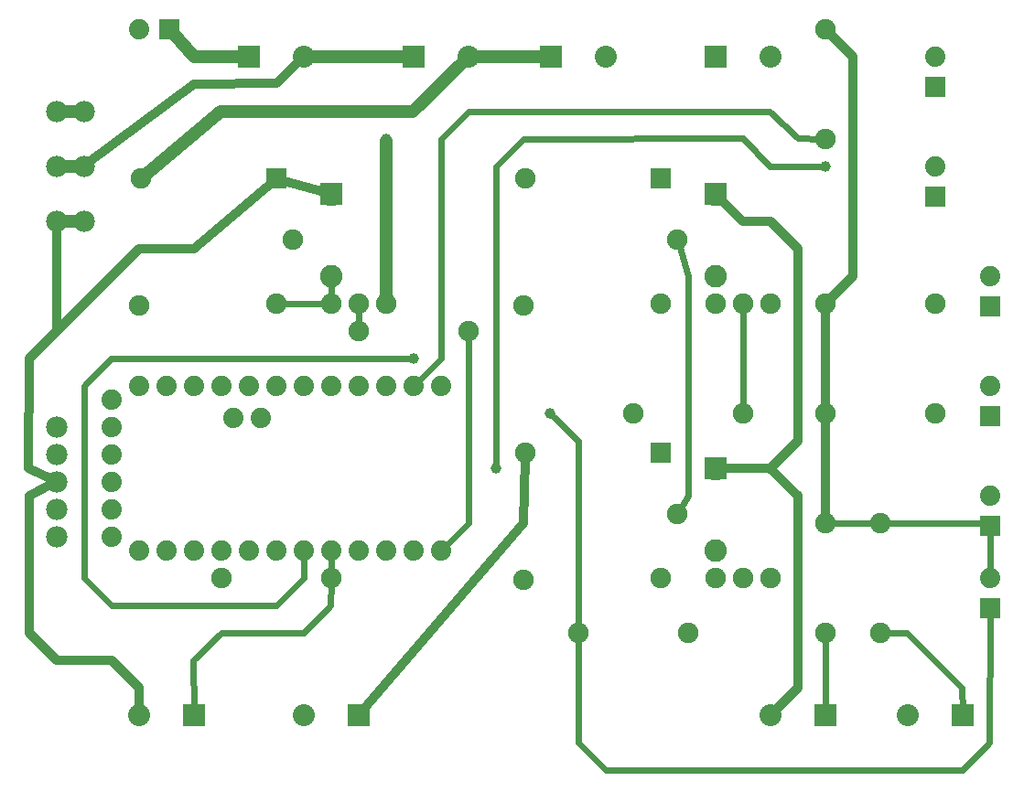
<source format=gbl>
G04 MADE WITH FRITZING*
G04 WWW.FRITZING.ORG*
G04 DOUBLE SIDED*
G04 HOLES PLATED*
G04 CONTOUR ON CENTER OF CONTOUR VECTOR*
%ASAXBY*%
%FSLAX23Y23*%
%MOIN*%
%OFA0B0*%
%SFA1.0B1.0*%
%ADD10C,0.075000*%
%ADD11C,0.082000*%
%ADD12C,0.039370*%
%ADD13C,0.074000*%
%ADD14C,0.078000*%
%ADD15C,0.080000*%
%ADD16R,0.082000X0.082000*%
%ADD17R,0.075000X0.075000*%
%ADD18R,0.080000X0.080000*%
%ADD19C,0.024000*%
%ADD20C,0.032000*%
%ADD21C,0.048000*%
%ADD22R,0.001000X0.001000*%
%LNCOPPER0*%
G90*
G70*
G54D10*
X772Y807D03*
X1172Y807D03*
X2972Y2807D03*
X2972Y2407D03*
X2672Y1407D03*
X2272Y1407D03*
X2472Y607D03*
X2072Y607D03*
X1272Y1707D03*
X1672Y1707D03*
X2972Y1007D03*
X2972Y607D03*
X3372Y1807D03*
X2972Y1807D03*
X3372Y1407D03*
X2972Y1407D03*
X3172Y607D03*
X3172Y1007D03*
G54D11*
X2572Y1205D03*
X2572Y907D03*
X1172Y2205D03*
X1172Y1907D03*
X2572Y2205D03*
X2572Y1907D03*
G54D12*
X1472Y1607D03*
X2972Y2307D03*
X1372Y2407D03*
G54D13*
X582Y2807D03*
X472Y2807D03*
X3372Y2597D03*
X3372Y2707D03*
X3372Y2197D03*
X3372Y2307D03*
X3572Y1797D03*
X3572Y1907D03*
X3572Y697D03*
X3572Y807D03*
X3572Y997D03*
X3572Y1107D03*
X3572Y1397D03*
X3572Y1507D03*
G54D12*
X1772Y1207D03*
G54D14*
X272Y2107D03*
X172Y2107D03*
X272Y2307D03*
X172Y2307D03*
X272Y2507D03*
X172Y2507D03*
X172Y1358D03*
X172Y1258D03*
X172Y1158D03*
X172Y1058D03*
X172Y958D03*
G54D12*
X1971Y1407D03*
G54D13*
X372Y1457D03*
X372Y1357D03*
X372Y1257D03*
X372Y1157D03*
X372Y1057D03*
X372Y957D03*
X472Y1507D03*
X572Y1507D03*
X672Y1507D03*
X772Y1507D03*
X872Y1507D03*
X817Y1392D03*
X917Y1392D03*
X972Y1507D03*
X1072Y1507D03*
X1172Y1507D03*
X1272Y1507D03*
X1372Y1507D03*
X1472Y1507D03*
X1572Y1507D03*
X1572Y907D03*
X1472Y907D03*
X1372Y907D03*
X1272Y907D03*
X1172Y907D03*
X1072Y907D03*
X972Y907D03*
X872Y907D03*
X772Y907D03*
X672Y907D03*
X572Y907D03*
X472Y907D03*
G54D10*
X2372Y2263D03*
X1878Y2263D03*
X1873Y1802D03*
X2434Y2041D03*
X2372Y1807D03*
X2372Y1263D03*
X1878Y1263D03*
X1873Y802D03*
X2434Y1041D03*
X2372Y807D03*
X972Y2263D03*
X478Y2263D03*
X473Y1802D03*
X1034Y2041D03*
X972Y1807D03*
X2572Y1807D03*
X2672Y1807D03*
X2772Y1807D03*
X2572Y807D03*
X2672Y807D03*
X2772Y807D03*
X1172Y1807D03*
X1272Y1807D03*
X1372Y1807D03*
G54D15*
X1272Y307D03*
X1072Y307D03*
X1472Y2707D03*
X1672Y2707D03*
X1972Y2707D03*
X2172Y2707D03*
X872Y2707D03*
X1072Y2707D03*
X2572Y2707D03*
X2772Y2707D03*
X672Y307D03*
X472Y307D03*
X3472Y307D03*
X3272Y307D03*
X2972Y307D03*
X2772Y307D03*
G54D16*
X2572Y1206D03*
X1172Y2206D03*
X2572Y2206D03*
G54D17*
X2372Y2263D03*
X2372Y1263D03*
X972Y2263D03*
G54D18*
X1272Y307D03*
X1472Y2707D03*
X1972Y2707D03*
X872Y2707D03*
X2572Y2707D03*
X672Y307D03*
X3472Y307D03*
X2972Y307D03*
G54D19*
X3471Y407D02*
X3472Y327D01*
D02*
X3271Y607D02*
X3471Y407D01*
D02*
X3190Y607D02*
X3271Y607D01*
D02*
X2672Y1790D02*
X2672Y1425D01*
D02*
X1272Y1790D02*
X1272Y1725D01*
D02*
X1172Y1886D02*
X1172Y1825D01*
D02*
X1672Y1007D02*
X1586Y922D01*
D02*
X1672Y1690D02*
X1672Y1007D01*
G54D20*
D02*
X1878Y1245D02*
X1873Y1007D01*
D02*
X1873Y1007D02*
X1285Y323D01*
G54D21*
D02*
X771Y2507D02*
X1471Y2507D01*
D02*
X1471Y2507D02*
X1658Y2693D01*
D02*
X492Y2274D02*
X771Y2507D01*
G54D19*
D02*
X1572Y2408D02*
X1672Y2507D01*
D02*
X1572Y1608D02*
X1572Y2408D01*
D02*
X1486Y1522D02*
X1572Y1608D01*
D02*
X2771Y2507D02*
X2872Y2409D01*
D02*
X2872Y2409D02*
X2955Y2408D01*
D02*
X1672Y2507D02*
X2771Y2507D01*
D02*
X2972Y590D02*
X2972Y327D01*
D02*
X2472Y1106D02*
X2472Y1906D01*
D02*
X2472Y1906D02*
X2439Y2024D01*
D02*
X2443Y1056D02*
X2472Y1106D01*
D02*
X1464Y1607D02*
X1173Y1607D01*
D02*
X371Y1606D02*
X274Y1508D01*
D02*
X1173Y1607D02*
X371Y1606D01*
D02*
X274Y1508D02*
X272Y807D01*
D02*
X272Y807D02*
X372Y707D01*
D02*
X1073Y807D02*
X1072Y887D01*
D02*
X972Y708D02*
X1073Y807D01*
D02*
X372Y707D02*
X972Y708D01*
G54D20*
D02*
X2972Y1707D02*
X2972Y1425D01*
D02*
X2972Y1790D02*
X2972Y1707D01*
G54D21*
D02*
X1092Y2707D02*
X1452Y2707D01*
D02*
X1372Y1825D02*
X1372Y2400D01*
G54D20*
D02*
X1173Y2207D02*
X1179Y2225D01*
D02*
X989Y2258D02*
X1173Y2207D01*
G54D21*
D02*
X1973Y2708D02*
X1692Y2707D01*
D02*
X1991Y2714D02*
X1973Y2708D01*
G54D19*
D02*
X1773Y2308D02*
X1772Y1215D01*
D02*
X1874Y2406D02*
X1773Y2308D01*
D02*
X2771Y2308D02*
X2674Y2409D01*
D02*
X2674Y2409D02*
X1874Y2406D01*
D02*
X2964Y2307D02*
X2771Y2308D01*
G54D20*
D02*
X2872Y1107D02*
X2771Y1208D01*
D02*
X2872Y408D02*
X2872Y1107D01*
D02*
X2786Y322D02*
X2872Y408D01*
D02*
X2771Y1208D02*
X2593Y1206D01*
G54D19*
D02*
X1171Y706D02*
X1072Y607D01*
D02*
X1172Y790D02*
X1171Y706D01*
D02*
X1072Y607D02*
X773Y607D01*
D02*
X773Y607D02*
X671Y506D01*
D02*
X671Y506D02*
X672Y327D01*
D02*
X1172Y825D02*
X1172Y887D01*
D02*
X990Y1807D02*
X1155Y1807D01*
G54D20*
D02*
X174Y508D02*
X74Y607D01*
D02*
X74Y607D02*
X72Y1107D01*
D02*
X373Y508D02*
X174Y508D01*
D02*
X72Y1107D02*
X155Y1149D01*
D02*
X472Y408D02*
X373Y508D01*
D02*
X472Y327D02*
X472Y408D01*
D02*
X3072Y1907D02*
X3072Y2706D01*
D02*
X2985Y1820D02*
X3072Y1907D01*
D02*
X3072Y2706D02*
X2985Y2795D01*
D02*
X2773Y2106D02*
X2672Y2106D01*
D02*
X2672Y2106D02*
X2587Y2191D01*
D02*
X2872Y2007D02*
X2773Y2106D01*
D02*
X2872Y1306D02*
X2872Y2007D01*
D02*
X2773Y1207D02*
X2872Y1306D01*
D02*
X2593Y1206D02*
X2773Y1207D01*
G54D19*
D02*
X3155Y1007D02*
X2990Y1007D01*
G54D20*
D02*
X2972Y1390D02*
X2972Y1025D01*
G54D19*
D02*
X3574Y1007D02*
X3190Y1007D01*
D02*
X3575Y1017D02*
X3574Y1007D01*
D02*
X3572Y827D02*
X3572Y977D01*
D02*
X2072Y1208D02*
X2072Y1306D01*
D02*
X2072Y1306D02*
X1977Y1402D01*
D02*
X2072Y206D02*
X2072Y1208D01*
D02*
X2173Y108D02*
X2072Y206D01*
D02*
X3473Y108D02*
X2173Y108D01*
D02*
X3571Y206D02*
X3473Y108D01*
D02*
X3572Y677D02*
X3571Y206D01*
G54D21*
D02*
X191Y2307D02*
X253Y2307D01*
D02*
X191Y2507D02*
X253Y2507D01*
D02*
X852Y2707D02*
X673Y2708D01*
D02*
X673Y2708D02*
X596Y2793D01*
G54D20*
D02*
X673Y2606D02*
X287Y2319D01*
D02*
X973Y2609D02*
X673Y2606D01*
D02*
X1058Y2693D02*
X973Y2609D01*
D02*
X472Y2006D02*
X173Y1707D01*
D02*
X673Y2006D02*
X472Y2006D01*
D02*
X173Y1707D02*
X72Y1607D01*
D02*
X72Y1607D02*
X71Y1208D01*
D02*
X173Y1707D02*
X172Y2088D01*
D02*
X71Y1208D02*
X155Y1166D01*
D02*
X959Y2252D02*
X673Y2006D01*
G54D21*
D02*
X253Y2107D02*
X191Y2107D01*
G54D22*
X546Y2844D02*
X619Y2844D01*
X546Y2843D02*
X619Y2843D01*
X546Y2842D02*
X619Y2842D01*
X546Y2841D02*
X619Y2841D01*
X546Y2840D02*
X619Y2840D01*
X546Y2839D02*
X619Y2839D01*
X546Y2838D02*
X619Y2838D01*
X546Y2837D02*
X619Y2837D01*
X546Y2836D02*
X619Y2836D01*
X546Y2835D02*
X619Y2835D01*
X546Y2834D02*
X619Y2834D01*
X546Y2833D02*
X619Y2833D01*
X546Y2832D02*
X619Y2832D01*
X546Y2831D02*
X619Y2831D01*
X546Y2830D02*
X619Y2830D01*
X546Y2829D02*
X619Y2829D01*
X546Y2828D02*
X619Y2828D01*
X546Y2827D02*
X577Y2827D01*
X589Y2827D02*
X619Y2827D01*
X546Y2826D02*
X574Y2826D01*
X592Y2826D02*
X619Y2826D01*
X546Y2825D02*
X572Y2825D01*
X593Y2825D02*
X619Y2825D01*
X546Y2824D02*
X570Y2824D01*
X595Y2824D02*
X619Y2824D01*
X546Y2823D02*
X569Y2823D01*
X596Y2823D02*
X619Y2823D01*
X546Y2822D02*
X568Y2822D01*
X597Y2822D02*
X619Y2822D01*
X546Y2821D02*
X567Y2821D01*
X598Y2821D02*
X619Y2821D01*
X546Y2820D02*
X566Y2820D01*
X599Y2820D02*
X619Y2820D01*
X546Y2819D02*
X566Y2819D01*
X600Y2819D02*
X619Y2819D01*
X546Y2818D02*
X565Y2818D01*
X600Y2818D02*
X619Y2818D01*
X546Y2817D02*
X565Y2817D01*
X601Y2817D02*
X619Y2817D01*
X546Y2816D02*
X564Y2816D01*
X601Y2816D02*
X619Y2816D01*
X546Y2815D02*
X564Y2815D01*
X602Y2815D02*
X619Y2815D01*
X546Y2814D02*
X563Y2814D01*
X602Y2814D02*
X619Y2814D01*
X546Y2813D02*
X563Y2813D01*
X602Y2813D02*
X619Y2813D01*
X546Y2812D02*
X563Y2812D01*
X603Y2812D02*
X619Y2812D01*
X546Y2811D02*
X563Y2811D01*
X603Y2811D02*
X619Y2811D01*
X546Y2810D02*
X562Y2810D01*
X603Y2810D02*
X619Y2810D01*
X546Y2809D02*
X562Y2809D01*
X603Y2809D02*
X619Y2809D01*
X546Y2808D02*
X562Y2808D01*
X603Y2808D02*
X619Y2808D01*
X546Y2807D02*
X562Y2807D01*
X603Y2807D02*
X619Y2807D01*
X546Y2806D02*
X562Y2806D01*
X603Y2806D02*
X619Y2806D01*
X546Y2805D02*
X562Y2805D01*
X603Y2805D02*
X619Y2805D01*
X546Y2804D02*
X563Y2804D01*
X603Y2804D02*
X619Y2804D01*
X546Y2803D02*
X563Y2803D01*
X603Y2803D02*
X619Y2803D01*
X546Y2802D02*
X563Y2802D01*
X602Y2802D02*
X619Y2802D01*
X546Y2801D02*
X563Y2801D01*
X602Y2801D02*
X619Y2801D01*
X546Y2800D02*
X564Y2800D01*
X602Y2800D02*
X619Y2800D01*
X546Y2799D02*
X564Y2799D01*
X601Y2799D02*
X619Y2799D01*
X546Y2798D02*
X565Y2798D01*
X601Y2798D02*
X619Y2798D01*
X546Y2797D02*
X565Y2797D01*
X600Y2797D02*
X619Y2797D01*
X546Y2796D02*
X566Y2796D01*
X599Y2796D02*
X619Y2796D01*
X546Y2795D02*
X567Y2795D01*
X598Y2795D02*
X619Y2795D01*
X546Y2794D02*
X568Y2794D01*
X598Y2794D02*
X619Y2794D01*
X546Y2793D02*
X569Y2793D01*
X596Y2793D02*
X619Y2793D01*
X546Y2792D02*
X570Y2792D01*
X595Y2792D02*
X619Y2792D01*
X546Y2791D02*
X572Y2791D01*
X594Y2791D02*
X619Y2791D01*
X546Y2790D02*
X573Y2790D01*
X592Y2790D02*
X619Y2790D01*
X546Y2789D02*
X576Y2789D01*
X590Y2789D02*
X619Y2789D01*
X546Y2788D02*
X581Y2788D01*
X585Y2788D02*
X619Y2788D01*
X546Y2787D02*
X619Y2787D01*
X546Y2786D02*
X619Y2786D01*
X546Y2785D02*
X619Y2785D01*
X546Y2784D02*
X619Y2784D01*
X546Y2783D02*
X619Y2783D01*
X546Y2782D02*
X619Y2782D01*
X546Y2781D02*
X619Y2781D01*
X546Y2780D02*
X619Y2780D01*
X546Y2779D02*
X619Y2779D01*
X546Y2778D02*
X619Y2778D01*
X546Y2777D02*
X619Y2777D01*
X546Y2776D02*
X619Y2776D01*
X546Y2775D02*
X619Y2775D01*
X546Y2774D02*
X619Y2774D01*
X546Y2773D02*
X619Y2773D01*
X546Y2772D02*
X619Y2772D01*
X546Y2771D02*
X619Y2771D01*
X3336Y2634D02*
X3409Y2634D01*
X3336Y2633D02*
X3409Y2633D01*
X3336Y2632D02*
X3409Y2632D01*
X3336Y2631D02*
X3409Y2631D01*
X3336Y2630D02*
X3409Y2630D01*
X3336Y2629D02*
X3409Y2629D01*
X3336Y2628D02*
X3409Y2628D01*
X3336Y2627D02*
X3409Y2627D01*
X3336Y2626D02*
X3409Y2626D01*
X3336Y2625D02*
X3409Y2625D01*
X3336Y2624D02*
X3409Y2624D01*
X3336Y2623D02*
X3409Y2623D01*
X3336Y2622D02*
X3409Y2622D01*
X3336Y2621D02*
X3409Y2621D01*
X3336Y2620D02*
X3409Y2620D01*
X3336Y2619D02*
X3409Y2619D01*
X3336Y2618D02*
X3409Y2618D01*
X3336Y2617D02*
X3367Y2617D01*
X3379Y2617D02*
X3409Y2617D01*
X3336Y2616D02*
X3364Y2616D01*
X3382Y2616D02*
X3409Y2616D01*
X3336Y2615D02*
X3362Y2615D01*
X3383Y2615D02*
X3409Y2615D01*
X3336Y2614D02*
X3360Y2614D01*
X3385Y2614D02*
X3409Y2614D01*
X3336Y2613D02*
X3359Y2613D01*
X3386Y2613D02*
X3409Y2613D01*
X3336Y2612D02*
X3358Y2612D01*
X3387Y2612D02*
X3409Y2612D01*
X3336Y2611D02*
X3357Y2611D01*
X3388Y2611D02*
X3409Y2611D01*
X3336Y2610D02*
X3356Y2610D01*
X3389Y2610D02*
X3409Y2610D01*
X3336Y2609D02*
X3356Y2609D01*
X3390Y2609D02*
X3409Y2609D01*
X3336Y2608D02*
X3355Y2608D01*
X3390Y2608D02*
X3409Y2608D01*
X3336Y2607D02*
X3355Y2607D01*
X3391Y2607D02*
X3409Y2607D01*
X3336Y2606D02*
X3354Y2606D01*
X3391Y2606D02*
X3409Y2606D01*
X3336Y2605D02*
X3354Y2605D01*
X3392Y2605D02*
X3409Y2605D01*
X3336Y2604D02*
X3353Y2604D01*
X3392Y2604D02*
X3409Y2604D01*
X3336Y2603D02*
X3353Y2603D01*
X3392Y2603D02*
X3409Y2603D01*
X3336Y2602D02*
X3353Y2602D01*
X3393Y2602D02*
X3409Y2602D01*
X3336Y2601D02*
X3353Y2601D01*
X3393Y2601D02*
X3409Y2601D01*
X3336Y2600D02*
X3352Y2600D01*
X3393Y2600D02*
X3409Y2600D01*
X3336Y2599D02*
X3352Y2599D01*
X3393Y2599D02*
X3409Y2599D01*
X3336Y2598D02*
X3352Y2598D01*
X3393Y2598D02*
X3409Y2598D01*
X3336Y2597D02*
X3352Y2597D01*
X3393Y2597D02*
X3409Y2597D01*
X3336Y2596D02*
X3352Y2596D01*
X3393Y2596D02*
X3409Y2596D01*
X3336Y2595D02*
X3352Y2595D01*
X3393Y2595D02*
X3409Y2595D01*
X3336Y2594D02*
X3353Y2594D01*
X3393Y2594D02*
X3409Y2594D01*
X3336Y2593D02*
X3353Y2593D01*
X3393Y2593D02*
X3409Y2593D01*
X3336Y2592D02*
X3353Y2592D01*
X3392Y2592D02*
X3409Y2592D01*
X3336Y2591D02*
X3353Y2591D01*
X3392Y2591D02*
X3409Y2591D01*
X3336Y2590D02*
X3354Y2590D01*
X3392Y2590D02*
X3409Y2590D01*
X3336Y2589D02*
X3354Y2589D01*
X3391Y2589D02*
X3409Y2589D01*
X3336Y2588D02*
X3355Y2588D01*
X3390Y2588D02*
X3409Y2588D01*
X3336Y2587D02*
X3355Y2587D01*
X3390Y2587D02*
X3409Y2587D01*
X3336Y2586D02*
X3356Y2586D01*
X3389Y2586D02*
X3409Y2586D01*
X3336Y2585D02*
X3357Y2585D01*
X3388Y2585D02*
X3409Y2585D01*
X3336Y2584D02*
X3358Y2584D01*
X3388Y2584D02*
X3409Y2584D01*
X3336Y2583D02*
X3359Y2583D01*
X3386Y2583D02*
X3409Y2583D01*
X3336Y2582D02*
X3360Y2582D01*
X3385Y2582D02*
X3409Y2582D01*
X3336Y2581D02*
X3362Y2581D01*
X3384Y2581D02*
X3409Y2581D01*
X3336Y2580D02*
X3363Y2580D01*
X3382Y2580D02*
X3409Y2580D01*
X3336Y2579D02*
X3366Y2579D01*
X3380Y2579D02*
X3409Y2579D01*
X3336Y2578D02*
X3371Y2578D01*
X3375Y2578D02*
X3409Y2578D01*
X3336Y2577D02*
X3409Y2577D01*
X3336Y2576D02*
X3409Y2576D01*
X3336Y2575D02*
X3409Y2575D01*
X3336Y2574D02*
X3409Y2574D01*
X3336Y2573D02*
X3409Y2573D01*
X3336Y2572D02*
X3409Y2572D01*
X3336Y2571D02*
X3409Y2571D01*
X3336Y2570D02*
X3409Y2570D01*
X3336Y2569D02*
X3409Y2569D01*
X3336Y2568D02*
X3409Y2568D01*
X3336Y2567D02*
X3409Y2567D01*
X3336Y2566D02*
X3409Y2566D01*
X3336Y2565D02*
X3409Y2565D01*
X3336Y2564D02*
X3409Y2564D01*
X3336Y2563D02*
X3409Y2563D01*
X3336Y2562D02*
X3409Y2562D01*
X3336Y2561D02*
X3409Y2561D01*
X3336Y2234D02*
X3409Y2234D01*
X3336Y2233D02*
X3409Y2233D01*
X3336Y2232D02*
X3409Y2232D01*
X3336Y2231D02*
X3409Y2231D01*
X3336Y2230D02*
X3409Y2230D01*
X3336Y2229D02*
X3409Y2229D01*
X3336Y2228D02*
X3409Y2228D01*
X3336Y2227D02*
X3409Y2227D01*
X3336Y2226D02*
X3409Y2226D01*
X3336Y2225D02*
X3409Y2225D01*
X3336Y2224D02*
X3409Y2224D01*
X3336Y2223D02*
X3409Y2223D01*
X3336Y2222D02*
X3409Y2222D01*
X3336Y2221D02*
X3409Y2221D01*
X3336Y2220D02*
X3409Y2220D01*
X3336Y2219D02*
X3409Y2219D01*
X3336Y2218D02*
X3409Y2218D01*
X3336Y2217D02*
X3367Y2217D01*
X3379Y2217D02*
X3409Y2217D01*
X3336Y2216D02*
X3364Y2216D01*
X3382Y2216D02*
X3409Y2216D01*
X3336Y2215D02*
X3362Y2215D01*
X3383Y2215D02*
X3409Y2215D01*
X3336Y2214D02*
X3360Y2214D01*
X3385Y2214D02*
X3409Y2214D01*
X3336Y2213D02*
X3359Y2213D01*
X3386Y2213D02*
X3409Y2213D01*
X3336Y2212D02*
X3358Y2212D01*
X3387Y2212D02*
X3409Y2212D01*
X3336Y2211D02*
X3357Y2211D01*
X3388Y2211D02*
X3409Y2211D01*
X3336Y2210D02*
X3356Y2210D01*
X3389Y2210D02*
X3409Y2210D01*
X3336Y2209D02*
X3356Y2209D01*
X3390Y2209D02*
X3409Y2209D01*
X3336Y2208D02*
X3355Y2208D01*
X3390Y2208D02*
X3409Y2208D01*
X3336Y2207D02*
X3354Y2207D01*
X3391Y2207D02*
X3409Y2207D01*
X3336Y2206D02*
X3354Y2206D01*
X3391Y2206D02*
X3409Y2206D01*
X3336Y2205D02*
X3354Y2205D01*
X3392Y2205D02*
X3409Y2205D01*
X3336Y2204D02*
X3353Y2204D01*
X3392Y2204D02*
X3409Y2204D01*
X3336Y2203D02*
X3353Y2203D01*
X3392Y2203D02*
X3409Y2203D01*
X3336Y2202D02*
X3353Y2202D01*
X3393Y2202D02*
X3409Y2202D01*
X3336Y2201D02*
X3353Y2201D01*
X3393Y2201D02*
X3409Y2201D01*
X3336Y2200D02*
X3352Y2200D01*
X3393Y2200D02*
X3409Y2200D01*
X3336Y2199D02*
X3352Y2199D01*
X3393Y2199D02*
X3409Y2199D01*
X3336Y2198D02*
X3352Y2198D01*
X3393Y2198D02*
X3409Y2198D01*
X3336Y2197D02*
X3352Y2197D01*
X3393Y2197D02*
X3409Y2197D01*
X3336Y2196D02*
X3352Y2196D01*
X3393Y2196D02*
X3409Y2196D01*
X3336Y2195D02*
X3352Y2195D01*
X3393Y2195D02*
X3409Y2195D01*
X3336Y2194D02*
X3353Y2194D01*
X3393Y2194D02*
X3409Y2194D01*
X3336Y2193D02*
X3353Y2193D01*
X3393Y2193D02*
X3409Y2193D01*
X3336Y2192D02*
X3353Y2192D01*
X3392Y2192D02*
X3409Y2192D01*
X3336Y2191D02*
X3353Y2191D01*
X3392Y2191D02*
X3409Y2191D01*
X3336Y2190D02*
X3354Y2190D01*
X3392Y2190D02*
X3409Y2190D01*
X3336Y2189D02*
X3354Y2189D01*
X3391Y2189D02*
X3409Y2189D01*
X3336Y2188D02*
X3355Y2188D01*
X3390Y2188D02*
X3409Y2188D01*
X3336Y2187D02*
X3355Y2187D01*
X3390Y2187D02*
X3409Y2187D01*
X3336Y2186D02*
X3356Y2186D01*
X3389Y2186D02*
X3409Y2186D01*
X3336Y2185D02*
X3357Y2185D01*
X3388Y2185D02*
X3409Y2185D01*
X3336Y2184D02*
X3358Y2184D01*
X3388Y2184D02*
X3409Y2184D01*
X3336Y2183D02*
X3359Y2183D01*
X3386Y2183D02*
X3409Y2183D01*
X3336Y2182D02*
X3360Y2182D01*
X3385Y2182D02*
X3409Y2182D01*
X3336Y2181D02*
X3362Y2181D01*
X3384Y2181D02*
X3409Y2181D01*
X3336Y2180D02*
X3363Y2180D01*
X3382Y2180D02*
X3409Y2180D01*
X3336Y2179D02*
X3366Y2179D01*
X3380Y2179D02*
X3409Y2179D01*
X3336Y2178D02*
X3371Y2178D01*
X3374Y2178D02*
X3409Y2178D01*
X3336Y2177D02*
X3409Y2177D01*
X3336Y2176D02*
X3409Y2176D01*
X3336Y2175D02*
X3409Y2175D01*
X3336Y2174D02*
X3409Y2174D01*
X3336Y2173D02*
X3409Y2173D01*
X3336Y2172D02*
X3409Y2172D01*
X3336Y2171D02*
X3409Y2171D01*
X3336Y2170D02*
X3409Y2170D01*
X3336Y2169D02*
X3409Y2169D01*
X3336Y2168D02*
X3409Y2168D01*
X3336Y2167D02*
X3409Y2167D01*
X3336Y2166D02*
X3409Y2166D01*
X3336Y2165D02*
X3409Y2165D01*
X3336Y2164D02*
X3409Y2164D01*
X3336Y2163D02*
X3409Y2163D01*
X3336Y2162D02*
X3409Y2162D01*
X3336Y2161D02*
X3409Y2161D01*
X3536Y1834D02*
X3609Y1834D01*
X3536Y1833D02*
X3609Y1833D01*
X3536Y1832D02*
X3609Y1832D01*
X3536Y1831D02*
X3609Y1831D01*
X3536Y1830D02*
X3609Y1830D01*
X3536Y1829D02*
X3609Y1829D01*
X3536Y1828D02*
X3609Y1828D01*
X3536Y1827D02*
X3609Y1827D01*
X3536Y1826D02*
X3609Y1826D01*
X3536Y1825D02*
X3609Y1825D01*
X3536Y1824D02*
X3609Y1824D01*
X3536Y1823D02*
X3609Y1823D01*
X3536Y1822D02*
X3609Y1822D01*
X3536Y1821D02*
X3609Y1821D01*
X3536Y1820D02*
X3609Y1820D01*
X3536Y1819D02*
X3609Y1819D01*
X3536Y1818D02*
X3609Y1818D01*
X3536Y1817D02*
X3567Y1817D01*
X3579Y1817D02*
X3609Y1817D01*
X3536Y1816D02*
X3564Y1816D01*
X3582Y1816D02*
X3609Y1816D01*
X3536Y1815D02*
X3562Y1815D01*
X3583Y1815D02*
X3609Y1815D01*
X3536Y1814D02*
X3560Y1814D01*
X3585Y1814D02*
X3609Y1814D01*
X3536Y1813D02*
X3559Y1813D01*
X3586Y1813D02*
X3609Y1813D01*
X3536Y1812D02*
X3558Y1812D01*
X3587Y1812D02*
X3609Y1812D01*
X3536Y1811D02*
X3557Y1811D01*
X3588Y1811D02*
X3609Y1811D01*
X3536Y1810D02*
X3556Y1810D01*
X3589Y1810D02*
X3609Y1810D01*
X3536Y1809D02*
X3556Y1809D01*
X3590Y1809D02*
X3609Y1809D01*
X3536Y1808D02*
X3555Y1808D01*
X3590Y1808D02*
X3609Y1808D01*
X3536Y1807D02*
X3554Y1807D01*
X3591Y1807D02*
X3609Y1807D01*
X3536Y1806D02*
X3554Y1806D01*
X3591Y1806D02*
X3609Y1806D01*
X3536Y1805D02*
X3554Y1805D01*
X3592Y1805D02*
X3609Y1805D01*
X3536Y1804D02*
X3553Y1804D01*
X3592Y1804D02*
X3609Y1804D01*
X3536Y1803D02*
X3553Y1803D01*
X3592Y1803D02*
X3609Y1803D01*
X3536Y1802D02*
X3553Y1802D01*
X3593Y1802D02*
X3609Y1802D01*
X3536Y1801D02*
X3553Y1801D01*
X3593Y1801D02*
X3609Y1801D01*
X3536Y1800D02*
X3552Y1800D01*
X3593Y1800D02*
X3609Y1800D01*
X3536Y1799D02*
X3552Y1799D01*
X3593Y1799D02*
X3609Y1799D01*
X3536Y1798D02*
X3552Y1798D01*
X3593Y1798D02*
X3609Y1798D01*
X3536Y1797D02*
X3552Y1797D01*
X3593Y1797D02*
X3609Y1797D01*
X3536Y1796D02*
X3552Y1796D01*
X3593Y1796D02*
X3609Y1796D01*
X3536Y1795D02*
X3552Y1795D01*
X3593Y1795D02*
X3609Y1795D01*
X3536Y1794D02*
X3553Y1794D01*
X3593Y1794D02*
X3609Y1794D01*
X3536Y1793D02*
X3553Y1793D01*
X3593Y1793D02*
X3609Y1793D01*
X3536Y1792D02*
X3553Y1792D01*
X3592Y1792D02*
X3609Y1792D01*
X3536Y1791D02*
X3553Y1791D01*
X3592Y1791D02*
X3609Y1791D01*
X3536Y1790D02*
X3554Y1790D01*
X3592Y1790D02*
X3609Y1790D01*
X3536Y1789D02*
X3554Y1789D01*
X3591Y1789D02*
X3609Y1789D01*
X3536Y1788D02*
X3555Y1788D01*
X3590Y1788D02*
X3609Y1788D01*
X3536Y1787D02*
X3555Y1787D01*
X3590Y1787D02*
X3609Y1787D01*
X3536Y1786D02*
X3556Y1786D01*
X3589Y1786D02*
X3609Y1786D01*
X3536Y1785D02*
X3557Y1785D01*
X3588Y1785D02*
X3609Y1785D01*
X3536Y1784D02*
X3558Y1784D01*
X3588Y1784D02*
X3609Y1784D01*
X3536Y1783D02*
X3559Y1783D01*
X3586Y1783D02*
X3609Y1783D01*
X3536Y1782D02*
X3560Y1782D01*
X3585Y1782D02*
X3609Y1782D01*
X3536Y1781D02*
X3562Y1781D01*
X3584Y1781D02*
X3609Y1781D01*
X3536Y1780D02*
X3563Y1780D01*
X3582Y1780D02*
X3609Y1780D01*
X3536Y1779D02*
X3566Y1779D01*
X3580Y1779D02*
X3609Y1779D01*
X3536Y1778D02*
X3571Y1778D01*
X3574Y1778D02*
X3609Y1778D01*
X3536Y1777D02*
X3609Y1777D01*
X3536Y1776D02*
X3609Y1776D01*
X3536Y1775D02*
X3609Y1775D01*
X3536Y1774D02*
X3609Y1774D01*
X3536Y1773D02*
X3609Y1773D01*
X3536Y1772D02*
X3609Y1772D01*
X3536Y1771D02*
X3609Y1771D01*
X3536Y1770D02*
X3609Y1770D01*
X3536Y1769D02*
X3609Y1769D01*
X3536Y1768D02*
X3609Y1768D01*
X3536Y1767D02*
X3609Y1767D01*
X3536Y1766D02*
X3609Y1766D01*
X3536Y1765D02*
X3609Y1765D01*
X3536Y1764D02*
X3609Y1764D01*
X3536Y1763D02*
X3609Y1763D01*
X3536Y1762D02*
X3609Y1762D01*
X3536Y1761D02*
X3609Y1761D01*
X3536Y1434D02*
X3609Y1434D01*
X3536Y1433D02*
X3609Y1433D01*
X3536Y1432D02*
X3609Y1432D01*
X3536Y1431D02*
X3609Y1431D01*
X3536Y1430D02*
X3609Y1430D01*
X3536Y1429D02*
X3609Y1429D01*
X3536Y1428D02*
X3609Y1428D01*
X3536Y1427D02*
X3609Y1427D01*
X3536Y1426D02*
X3609Y1426D01*
X3536Y1425D02*
X3609Y1425D01*
X3536Y1424D02*
X3609Y1424D01*
X3536Y1423D02*
X3609Y1423D01*
X3536Y1422D02*
X3609Y1422D01*
X3536Y1421D02*
X3609Y1421D01*
X3536Y1420D02*
X3609Y1420D01*
X3536Y1419D02*
X3609Y1419D01*
X3536Y1418D02*
X3609Y1418D01*
X3536Y1417D02*
X3567Y1417D01*
X3579Y1417D02*
X3609Y1417D01*
X3536Y1416D02*
X3564Y1416D01*
X3582Y1416D02*
X3609Y1416D01*
X3536Y1415D02*
X3562Y1415D01*
X3583Y1415D02*
X3609Y1415D01*
X3536Y1414D02*
X3560Y1414D01*
X3585Y1414D02*
X3609Y1414D01*
X3536Y1413D02*
X3559Y1413D01*
X3586Y1413D02*
X3609Y1413D01*
X3536Y1412D02*
X3558Y1412D01*
X3587Y1412D02*
X3609Y1412D01*
X3536Y1411D02*
X3557Y1411D01*
X3588Y1411D02*
X3609Y1411D01*
X3536Y1410D02*
X3556Y1410D01*
X3589Y1410D02*
X3609Y1410D01*
X3536Y1409D02*
X3556Y1409D01*
X3590Y1409D02*
X3609Y1409D01*
X3536Y1408D02*
X3555Y1408D01*
X3590Y1408D02*
X3609Y1408D01*
X3536Y1407D02*
X3554Y1407D01*
X3591Y1407D02*
X3609Y1407D01*
X3536Y1406D02*
X3554Y1406D01*
X3591Y1406D02*
X3609Y1406D01*
X3536Y1405D02*
X3554Y1405D01*
X3592Y1405D02*
X3609Y1405D01*
X3536Y1404D02*
X3553Y1404D01*
X3592Y1404D02*
X3609Y1404D01*
X3536Y1403D02*
X3553Y1403D01*
X3592Y1403D02*
X3609Y1403D01*
X3536Y1402D02*
X3553Y1402D01*
X3593Y1402D02*
X3609Y1402D01*
X3536Y1401D02*
X3553Y1401D01*
X3593Y1401D02*
X3609Y1401D01*
X3536Y1400D02*
X3552Y1400D01*
X3593Y1400D02*
X3609Y1400D01*
X3536Y1399D02*
X3552Y1399D01*
X3593Y1399D02*
X3609Y1399D01*
X3536Y1398D02*
X3552Y1398D01*
X3593Y1398D02*
X3609Y1398D01*
X3536Y1397D02*
X3552Y1397D01*
X3593Y1397D02*
X3609Y1397D01*
X3536Y1396D02*
X3552Y1396D01*
X3593Y1396D02*
X3609Y1396D01*
X3536Y1395D02*
X3552Y1395D01*
X3593Y1395D02*
X3609Y1395D01*
X3536Y1394D02*
X3553Y1394D01*
X3593Y1394D02*
X3609Y1394D01*
X3536Y1393D02*
X3553Y1393D01*
X3593Y1393D02*
X3609Y1393D01*
X3536Y1392D02*
X3553Y1392D01*
X3592Y1392D02*
X3609Y1392D01*
X3536Y1391D02*
X3553Y1391D01*
X3592Y1391D02*
X3609Y1391D01*
X3536Y1390D02*
X3554Y1390D01*
X3592Y1390D02*
X3609Y1390D01*
X3536Y1389D02*
X3554Y1389D01*
X3591Y1389D02*
X3609Y1389D01*
X3536Y1388D02*
X3555Y1388D01*
X3590Y1388D02*
X3609Y1388D01*
X3536Y1387D02*
X3555Y1387D01*
X3590Y1387D02*
X3609Y1387D01*
X3536Y1386D02*
X3556Y1386D01*
X3589Y1386D02*
X3609Y1386D01*
X3536Y1385D02*
X3557Y1385D01*
X3588Y1385D02*
X3609Y1385D01*
X3536Y1384D02*
X3558Y1384D01*
X3588Y1384D02*
X3609Y1384D01*
X3536Y1383D02*
X3559Y1383D01*
X3586Y1383D02*
X3609Y1383D01*
X3536Y1382D02*
X3560Y1382D01*
X3585Y1382D02*
X3609Y1382D01*
X3536Y1381D02*
X3562Y1381D01*
X3584Y1381D02*
X3609Y1381D01*
X3536Y1380D02*
X3563Y1380D01*
X3582Y1380D02*
X3609Y1380D01*
X3536Y1379D02*
X3566Y1379D01*
X3579Y1379D02*
X3609Y1379D01*
X3536Y1378D02*
X3571Y1378D01*
X3574Y1378D02*
X3609Y1378D01*
X3536Y1377D02*
X3609Y1377D01*
X3536Y1376D02*
X3609Y1376D01*
X3536Y1375D02*
X3609Y1375D01*
X3536Y1374D02*
X3609Y1374D01*
X3536Y1373D02*
X3609Y1373D01*
X3536Y1372D02*
X3609Y1372D01*
X3536Y1371D02*
X3609Y1371D01*
X3536Y1370D02*
X3609Y1370D01*
X3536Y1369D02*
X3609Y1369D01*
X3536Y1368D02*
X3609Y1368D01*
X3536Y1367D02*
X3609Y1367D01*
X3536Y1366D02*
X3609Y1366D01*
X3536Y1365D02*
X3609Y1365D01*
X3536Y1364D02*
X3609Y1364D01*
X3536Y1363D02*
X3609Y1363D01*
X3536Y1362D02*
X3609Y1362D01*
X3537Y1361D02*
X3609Y1361D01*
X3536Y1034D02*
X3609Y1034D01*
X3536Y1033D02*
X3609Y1033D01*
X3536Y1032D02*
X3609Y1032D01*
X3536Y1031D02*
X3609Y1031D01*
X3536Y1030D02*
X3609Y1030D01*
X3536Y1029D02*
X3609Y1029D01*
X3536Y1028D02*
X3609Y1028D01*
X3536Y1027D02*
X3609Y1027D01*
X3536Y1026D02*
X3609Y1026D01*
X3536Y1025D02*
X3609Y1025D01*
X3536Y1024D02*
X3609Y1024D01*
X3536Y1023D02*
X3609Y1023D01*
X3536Y1022D02*
X3609Y1022D01*
X3536Y1021D02*
X3609Y1021D01*
X3536Y1020D02*
X3609Y1020D01*
X3536Y1019D02*
X3609Y1019D01*
X3536Y1018D02*
X3609Y1018D01*
X3536Y1017D02*
X3567Y1017D01*
X3579Y1017D02*
X3609Y1017D01*
X3536Y1016D02*
X3564Y1016D01*
X3582Y1016D02*
X3609Y1016D01*
X3536Y1015D02*
X3562Y1015D01*
X3583Y1015D02*
X3609Y1015D01*
X3536Y1014D02*
X3560Y1014D01*
X3585Y1014D02*
X3609Y1014D01*
X3536Y1013D02*
X3559Y1013D01*
X3586Y1013D02*
X3609Y1013D01*
X3536Y1012D02*
X3558Y1012D01*
X3587Y1012D02*
X3609Y1012D01*
X3536Y1011D02*
X3557Y1011D01*
X3588Y1011D02*
X3609Y1011D01*
X3536Y1010D02*
X3556Y1010D01*
X3589Y1010D02*
X3609Y1010D01*
X3536Y1009D02*
X3556Y1009D01*
X3590Y1009D02*
X3609Y1009D01*
X3536Y1008D02*
X3555Y1008D01*
X3590Y1008D02*
X3609Y1008D01*
X3536Y1007D02*
X3554Y1007D01*
X3591Y1007D02*
X3609Y1007D01*
X3536Y1006D02*
X3554Y1006D01*
X3591Y1006D02*
X3609Y1006D01*
X3536Y1005D02*
X3554Y1005D01*
X3592Y1005D02*
X3609Y1005D01*
X3536Y1004D02*
X3553Y1004D01*
X3592Y1004D02*
X3609Y1004D01*
X3536Y1003D02*
X3553Y1003D01*
X3592Y1003D02*
X3609Y1003D01*
X3536Y1002D02*
X3553Y1002D01*
X3593Y1002D02*
X3609Y1002D01*
X3536Y1001D02*
X3553Y1001D01*
X3593Y1001D02*
X3609Y1001D01*
X3536Y1000D02*
X3552Y1000D01*
X3593Y1000D02*
X3609Y1000D01*
X3536Y999D02*
X3552Y999D01*
X3593Y999D02*
X3609Y999D01*
X3536Y998D02*
X3552Y998D01*
X3593Y998D02*
X3609Y998D01*
X3536Y997D02*
X3552Y997D01*
X3593Y997D02*
X3609Y997D01*
X3536Y996D02*
X3552Y996D01*
X3593Y996D02*
X3609Y996D01*
X3536Y995D02*
X3552Y995D01*
X3593Y995D02*
X3609Y995D01*
X3536Y994D02*
X3553Y994D01*
X3593Y994D02*
X3609Y994D01*
X3536Y993D02*
X3553Y993D01*
X3593Y993D02*
X3609Y993D01*
X3536Y992D02*
X3553Y992D01*
X3592Y992D02*
X3609Y992D01*
X3536Y991D02*
X3553Y991D01*
X3592Y991D02*
X3609Y991D01*
X3536Y990D02*
X3554Y990D01*
X3592Y990D02*
X3609Y990D01*
X3536Y989D02*
X3554Y989D01*
X3591Y989D02*
X3609Y989D01*
X3536Y988D02*
X3555Y988D01*
X3590Y988D02*
X3609Y988D01*
X3536Y987D02*
X3555Y987D01*
X3590Y987D02*
X3609Y987D01*
X3536Y986D02*
X3556Y986D01*
X3589Y986D02*
X3609Y986D01*
X3536Y985D02*
X3557Y985D01*
X3588Y985D02*
X3609Y985D01*
X3536Y984D02*
X3558Y984D01*
X3588Y984D02*
X3609Y984D01*
X3536Y983D02*
X3559Y983D01*
X3586Y983D02*
X3609Y983D01*
X3536Y982D02*
X3560Y982D01*
X3585Y982D02*
X3609Y982D01*
X3536Y981D02*
X3562Y981D01*
X3584Y981D02*
X3609Y981D01*
X3536Y980D02*
X3563Y980D01*
X3582Y980D02*
X3609Y980D01*
X3536Y979D02*
X3566Y979D01*
X3579Y979D02*
X3609Y979D01*
X3536Y978D02*
X3571Y978D01*
X3574Y978D02*
X3609Y978D01*
X3536Y977D02*
X3609Y977D01*
X3536Y976D02*
X3609Y976D01*
X3536Y975D02*
X3609Y975D01*
X3536Y974D02*
X3609Y974D01*
X3536Y973D02*
X3609Y973D01*
X3536Y972D02*
X3609Y972D01*
X3536Y971D02*
X3609Y971D01*
X3536Y970D02*
X3609Y970D01*
X3536Y969D02*
X3609Y969D01*
X3536Y968D02*
X3609Y968D01*
X3536Y967D02*
X3609Y967D01*
X3536Y966D02*
X3609Y966D01*
X3536Y965D02*
X3609Y965D01*
X3536Y964D02*
X3609Y964D01*
X3536Y963D02*
X3609Y963D01*
X3536Y962D02*
X3609Y962D01*
X3537Y961D02*
X3609Y961D01*
X3536Y734D02*
X3609Y734D01*
X3536Y733D02*
X3609Y733D01*
X3536Y732D02*
X3609Y732D01*
X3536Y731D02*
X3609Y731D01*
X3536Y730D02*
X3609Y730D01*
X3536Y729D02*
X3609Y729D01*
X3536Y728D02*
X3609Y728D01*
X3536Y727D02*
X3609Y727D01*
X3536Y726D02*
X3609Y726D01*
X3536Y725D02*
X3609Y725D01*
X3536Y724D02*
X3609Y724D01*
X3536Y723D02*
X3609Y723D01*
X3536Y722D02*
X3609Y722D01*
X3536Y721D02*
X3609Y721D01*
X3536Y720D02*
X3609Y720D01*
X3536Y719D02*
X3609Y719D01*
X3536Y718D02*
X3609Y718D01*
X3536Y717D02*
X3567Y717D01*
X3579Y717D02*
X3609Y717D01*
X3536Y716D02*
X3564Y716D01*
X3582Y716D02*
X3609Y716D01*
X3536Y715D02*
X3562Y715D01*
X3583Y715D02*
X3609Y715D01*
X3536Y714D02*
X3560Y714D01*
X3585Y714D02*
X3609Y714D01*
X3536Y713D02*
X3559Y713D01*
X3586Y713D02*
X3609Y713D01*
X3536Y712D02*
X3558Y712D01*
X3587Y712D02*
X3609Y712D01*
X3536Y711D02*
X3557Y711D01*
X3588Y711D02*
X3609Y711D01*
X3536Y710D02*
X3556Y710D01*
X3589Y710D02*
X3609Y710D01*
X3536Y709D02*
X3556Y709D01*
X3590Y709D02*
X3609Y709D01*
X3536Y708D02*
X3555Y708D01*
X3590Y708D02*
X3609Y708D01*
X3536Y707D02*
X3554Y707D01*
X3591Y707D02*
X3609Y707D01*
X3536Y706D02*
X3554Y706D01*
X3591Y706D02*
X3609Y706D01*
X3536Y705D02*
X3554Y705D01*
X3592Y705D02*
X3609Y705D01*
X3536Y704D02*
X3553Y704D01*
X3592Y704D02*
X3609Y704D01*
X3536Y703D02*
X3553Y703D01*
X3592Y703D02*
X3609Y703D01*
X3536Y702D02*
X3553Y702D01*
X3593Y702D02*
X3609Y702D01*
X3536Y701D02*
X3553Y701D01*
X3593Y701D02*
X3609Y701D01*
X3536Y700D02*
X3552Y700D01*
X3593Y700D02*
X3609Y700D01*
X3536Y699D02*
X3552Y699D01*
X3593Y699D02*
X3609Y699D01*
X3536Y698D02*
X3552Y698D01*
X3593Y698D02*
X3609Y698D01*
X3536Y697D02*
X3552Y697D01*
X3593Y697D02*
X3609Y697D01*
X3536Y696D02*
X3552Y696D01*
X3593Y696D02*
X3609Y696D01*
X3536Y695D02*
X3552Y695D01*
X3593Y695D02*
X3609Y695D01*
X3536Y694D02*
X3553Y694D01*
X3593Y694D02*
X3609Y694D01*
X3536Y693D02*
X3553Y693D01*
X3593Y693D02*
X3609Y693D01*
X3536Y692D02*
X3553Y692D01*
X3592Y692D02*
X3609Y692D01*
X3536Y691D02*
X3553Y691D01*
X3592Y691D02*
X3609Y691D01*
X3536Y690D02*
X3554Y690D01*
X3592Y690D02*
X3609Y690D01*
X3536Y689D02*
X3554Y689D01*
X3591Y689D02*
X3609Y689D01*
X3536Y688D02*
X3555Y688D01*
X3590Y688D02*
X3609Y688D01*
X3536Y687D02*
X3555Y687D01*
X3590Y687D02*
X3609Y687D01*
X3536Y686D02*
X3556Y686D01*
X3589Y686D02*
X3609Y686D01*
X3536Y685D02*
X3557Y685D01*
X3588Y685D02*
X3609Y685D01*
X3536Y684D02*
X3558Y684D01*
X3588Y684D02*
X3609Y684D01*
X3536Y683D02*
X3559Y683D01*
X3586Y683D02*
X3609Y683D01*
X3536Y682D02*
X3560Y682D01*
X3585Y682D02*
X3609Y682D01*
X3536Y681D02*
X3562Y681D01*
X3584Y681D02*
X3609Y681D01*
X3536Y680D02*
X3563Y680D01*
X3582Y680D02*
X3609Y680D01*
X3536Y679D02*
X3566Y679D01*
X3579Y679D02*
X3609Y679D01*
X3536Y678D02*
X3571Y678D01*
X3574Y678D02*
X3609Y678D01*
X3536Y677D02*
X3609Y677D01*
X3536Y676D02*
X3609Y676D01*
X3536Y675D02*
X3609Y675D01*
X3536Y674D02*
X3609Y674D01*
X3536Y673D02*
X3609Y673D01*
X3536Y672D02*
X3609Y672D01*
X3536Y671D02*
X3609Y671D01*
X3536Y670D02*
X3609Y670D01*
X3536Y669D02*
X3609Y669D01*
X3536Y668D02*
X3609Y668D01*
X3536Y667D02*
X3609Y667D01*
X3536Y666D02*
X3609Y666D01*
X3536Y665D02*
X3609Y665D01*
X3536Y664D02*
X3609Y664D01*
X3536Y663D02*
X3609Y663D01*
X3536Y662D02*
X3609Y662D01*
X3537Y661D02*
X3609Y661D01*
D02*
G04 End of Copper0*
M02*
</source>
